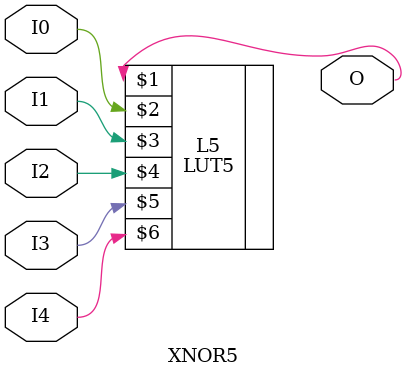
<source format=v>


`timescale  1 ps / 1 ps


module XNOR5 (O, I0, I1, I2, I3, I4);

    output O;

    input  I0, I1, I2, I3, I4;

    LUT5 #(.INIT(32'h69969669)) L5 (O, I0, I1, I2, I3, I4);

endmodule

</source>
